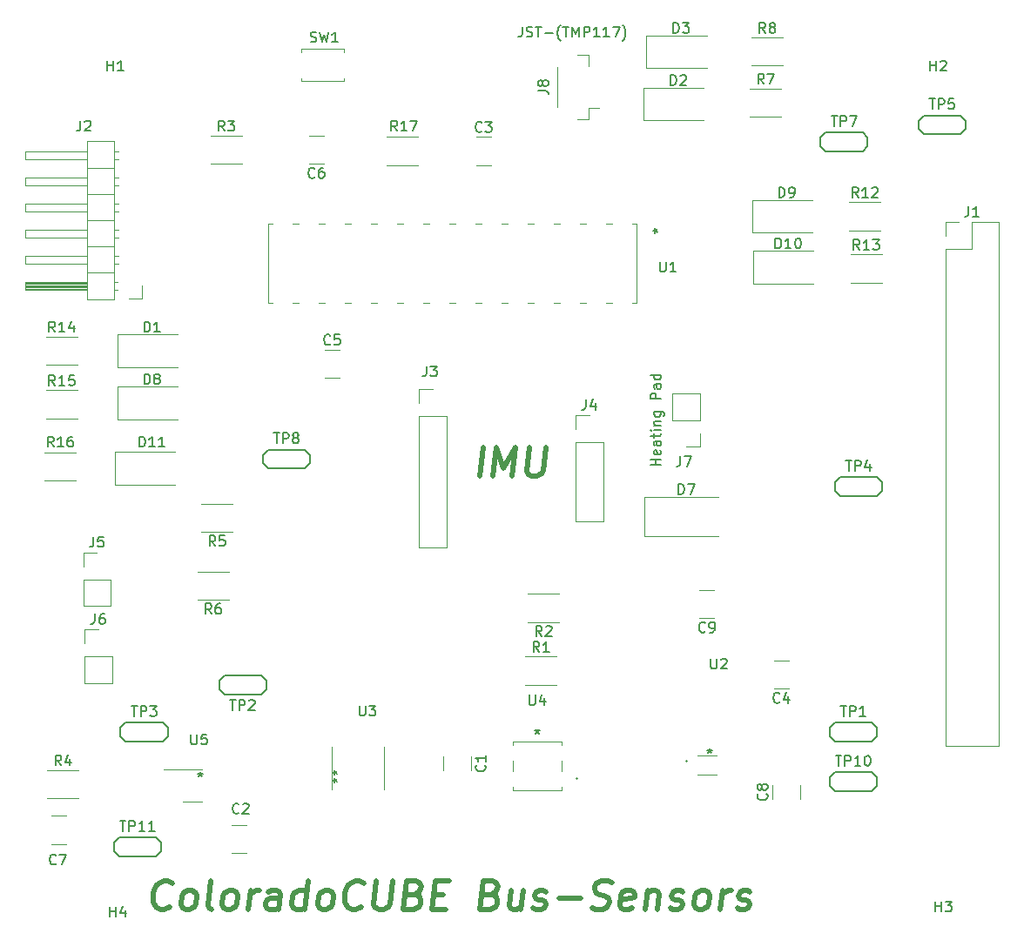
<source format=gto>
%TF.GenerationSoftware,KiCad,Pcbnew,(6.0.1)*%
%TF.CreationDate,2022-04-25T06:12:33-06:00*%
%TF.ProjectId,ColoradoCUBE_Payload,436f6c6f-7261-4646-9f43-5542455f5061,rev?*%
%TF.SameCoordinates,Original*%
%TF.FileFunction,Legend,Top*%
%TF.FilePolarity,Positive*%
%FSLAX46Y46*%
G04 Gerber Fmt 4.6, Leading zero omitted, Abs format (unit mm)*
G04 Created by KiCad (PCBNEW (6.0.1)) date 2022-04-25 06:12:33*
%MOMM*%
%LPD*%
G01*
G04 APERTURE LIST*
%ADD10C,0.500000*%
%ADD11C,0.150000*%
%ADD12C,0.120000*%
G04 APERTURE END LIST*
D10*
X118556079Y-127743857D02*
X118406401Y-127876904D01*
X117990627Y-128009952D01*
X117724532Y-128009952D01*
X117342020Y-127876904D01*
X117109187Y-127610809D01*
X117009401Y-127344714D01*
X116942877Y-126812523D01*
X116992770Y-126413380D01*
X117192341Y-125881190D01*
X117358651Y-125615095D01*
X117658008Y-125349000D01*
X118073782Y-125215952D01*
X118339877Y-125215952D01*
X118722389Y-125349000D01*
X118838806Y-125482047D01*
X120119389Y-128009952D02*
X119869925Y-127876904D01*
X119753508Y-127743857D01*
X119653722Y-127477761D01*
X119753508Y-126679476D01*
X119919818Y-126413380D01*
X120069496Y-126280333D01*
X120352222Y-126147285D01*
X120751365Y-126147285D01*
X121000829Y-126280333D01*
X121117246Y-126413380D01*
X121217032Y-126679476D01*
X121117246Y-127477761D01*
X120950937Y-127743857D01*
X120801258Y-127876904D01*
X120518532Y-128009952D01*
X120119389Y-128009952D01*
X122647294Y-128009952D02*
X122397829Y-127876904D01*
X122298044Y-127610809D01*
X122597401Y-125215952D01*
X124110818Y-128009952D02*
X123861353Y-127876904D01*
X123744937Y-127743857D01*
X123645151Y-127477761D01*
X123744937Y-126679476D01*
X123911246Y-126413380D01*
X124060925Y-126280333D01*
X124343651Y-126147285D01*
X124742794Y-126147285D01*
X124992258Y-126280333D01*
X125108675Y-126413380D01*
X125208460Y-126679476D01*
X125108675Y-127477761D01*
X124942365Y-127743857D01*
X124792687Y-127876904D01*
X124509960Y-128009952D01*
X124110818Y-128009952D01*
X126239579Y-128009952D02*
X126472413Y-126147285D01*
X126405889Y-126679476D02*
X126572198Y-126413380D01*
X126721877Y-126280333D01*
X127004603Y-126147285D01*
X127270698Y-126147285D01*
X129166627Y-128009952D02*
X129349568Y-126546428D01*
X129249782Y-126280333D01*
X129000318Y-126147285D01*
X128468127Y-126147285D01*
X128185401Y-126280333D01*
X129183258Y-127876904D02*
X128900532Y-128009952D01*
X128235294Y-128009952D01*
X127985829Y-127876904D01*
X127886044Y-127610809D01*
X127919306Y-127344714D01*
X128085615Y-127078619D01*
X128368341Y-126945571D01*
X129033579Y-126945571D01*
X129316306Y-126812523D01*
X131694532Y-128009952D02*
X132043782Y-125215952D01*
X131711163Y-127876904D02*
X131428437Y-128009952D01*
X130896246Y-128009952D01*
X130646782Y-127876904D01*
X130530365Y-127743857D01*
X130430579Y-127477761D01*
X130530365Y-126679476D01*
X130696675Y-126413380D01*
X130846353Y-126280333D01*
X131129079Y-126147285D01*
X131661270Y-126147285D01*
X131910734Y-126280333D01*
X133424151Y-128009952D02*
X133174687Y-127876904D01*
X133058270Y-127743857D01*
X132958484Y-127477761D01*
X133058270Y-126679476D01*
X133224579Y-126413380D01*
X133374258Y-126280333D01*
X133656984Y-126147285D01*
X134056127Y-126147285D01*
X134305591Y-126280333D01*
X134422008Y-126413380D01*
X134521794Y-126679476D01*
X134422008Y-127477761D01*
X134255698Y-127743857D01*
X134106020Y-127876904D01*
X133823294Y-128009952D01*
X133424151Y-128009952D01*
X137182746Y-127743857D02*
X137033068Y-127876904D01*
X136617294Y-128009952D01*
X136351198Y-128009952D01*
X135968687Y-127876904D01*
X135735853Y-127610809D01*
X135636068Y-127344714D01*
X135569544Y-126812523D01*
X135619437Y-126413380D01*
X135819008Y-125881190D01*
X135985318Y-125615095D01*
X136284675Y-125349000D01*
X136700448Y-125215952D01*
X136966544Y-125215952D01*
X137349056Y-125349000D01*
X137465472Y-125482047D01*
X138696163Y-125215952D02*
X138413437Y-127477761D01*
X138513222Y-127743857D01*
X138629639Y-127876904D01*
X138879103Y-128009952D01*
X139411294Y-128009952D01*
X139694020Y-127876904D01*
X139843698Y-127743857D01*
X140010008Y-127477761D01*
X140292734Y-125215952D01*
X142388234Y-126546428D02*
X142770746Y-126679476D01*
X142887163Y-126812523D01*
X142986948Y-127078619D01*
X142937056Y-127477761D01*
X142770746Y-127743857D01*
X142621068Y-127876904D01*
X142338341Y-128009952D01*
X141273960Y-128009952D01*
X141623210Y-125215952D01*
X142554544Y-125215952D01*
X142804008Y-125349000D01*
X142920425Y-125482047D01*
X143020210Y-125748142D01*
X142986948Y-126014238D01*
X142820639Y-126280333D01*
X142670960Y-126413380D01*
X142388234Y-126546428D01*
X141456901Y-126546428D01*
X144250901Y-126546428D02*
X145182234Y-126546428D01*
X145398437Y-128009952D02*
X144067960Y-128009952D01*
X144417210Y-125215952D01*
X145747687Y-125215952D01*
X149838901Y-126546428D02*
X150221413Y-126679476D01*
X150337829Y-126812523D01*
X150437615Y-127078619D01*
X150387722Y-127477761D01*
X150221413Y-127743857D01*
X150071734Y-127876904D01*
X149789008Y-128009952D01*
X148724627Y-128009952D01*
X149073877Y-125215952D01*
X150005210Y-125215952D01*
X150254675Y-125349000D01*
X150371091Y-125482047D01*
X150470877Y-125748142D01*
X150437615Y-126014238D01*
X150271306Y-126280333D01*
X150121627Y-126413380D01*
X149838901Y-126546428D01*
X148907568Y-126546428D01*
X152948889Y-126147285D02*
X152716056Y-128009952D01*
X151751460Y-126147285D02*
X151568520Y-127610809D01*
X151668306Y-127876904D01*
X151917770Y-128009952D01*
X152316913Y-128009952D01*
X152599639Y-127876904D01*
X152749318Y-127743857D01*
X153930115Y-127876904D02*
X154179579Y-128009952D01*
X154711770Y-128009952D01*
X154994496Y-127876904D01*
X155160806Y-127610809D01*
X155177437Y-127477761D01*
X155077651Y-127211666D01*
X154828187Y-127078619D01*
X154429044Y-127078619D01*
X154179579Y-126945571D01*
X154079794Y-126679476D01*
X154096425Y-126546428D01*
X154262734Y-126280333D01*
X154545460Y-126147285D01*
X154944603Y-126147285D01*
X155194068Y-126280333D01*
X156441389Y-126945571D02*
X158570151Y-126945571D01*
X159651163Y-127876904D02*
X160033675Y-128009952D01*
X160698913Y-128009952D01*
X160981639Y-127876904D01*
X161131318Y-127743857D01*
X161297627Y-127477761D01*
X161330889Y-127211666D01*
X161231103Y-126945571D01*
X161114687Y-126812523D01*
X160865222Y-126679476D01*
X160349663Y-126546428D01*
X160100198Y-126413380D01*
X159983782Y-126280333D01*
X159883996Y-126014238D01*
X159917258Y-125748142D01*
X160083568Y-125482047D01*
X160233246Y-125349000D01*
X160515972Y-125215952D01*
X161181210Y-125215952D01*
X161563722Y-125349000D01*
X163509544Y-127876904D02*
X163226818Y-128009952D01*
X162694627Y-128009952D01*
X162445163Y-127876904D01*
X162345377Y-127610809D01*
X162478425Y-126546428D01*
X162644734Y-126280333D01*
X162927460Y-126147285D01*
X163459651Y-126147285D01*
X163709115Y-126280333D01*
X163808901Y-126546428D01*
X163775639Y-126812523D01*
X162411901Y-127078619D01*
X165056222Y-126147285D02*
X164823389Y-128009952D01*
X165022960Y-126413380D02*
X165172639Y-126280333D01*
X165455365Y-126147285D01*
X165854508Y-126147285D01*
X166103972Y-126280333D01*
X166203758Y-126546428D01*
X166020818Y-128009952D01*
X167234877Y-127876904D02*
X167484341Y-128009952D01*
X168016532Y-128009952D01*
X168299258Y-127876904D01*
X168465568Y-127610809D01*
X168482198Y-127477761D01*
X168382413Y-127211666D01*
X168132948Y-127078619D01*
X167733806Y-127078619D01*
X167484341Y-126945571D01*
X167384556Y-126679476D01*
X167401187Y-126546428D01*
X167567496Y-126280333D01*
X167850222Y-126147285D01*
X168249365Y-126147285D01*
X168498829Y-126280333D01*
X170012246Y-128009952D02*
X169762782Y-127876904D01*
X169646365Y-127743857D01*
X169546579Y-127477761D01*
X169646365Y-126679476D01*
X169812675Y-126413380D01*
X169962353Y-126280333D01*
X170245079Y-126147285D01*
X170644222Y-126147285D01*
X170893687Y-126280333D01*
X171010103Y-126413380D01*
X171109889Y-126679476D01*
X171010103Y-127477761D01*
X170843794Y-127743857D01*
X170694115Y-127876904D01*
X170411389Y-128009952D01*
X170012246Y-128009952D01*
X172141008Y-128009952D02*
X172373841Y-126147285D01*
X172307318Y-126679476D02*
X172473627Y-126413380D01*
X172623306Y-126280333D01*
X172906032Y-126147285D01*
X173172127Y-126147285D01*
X173754210Y-127876904D02*
X174003675Y-128009952D01*
X174535865Y-128009952D01*
X174818591Y-127876904D01*
X174984901Y-127610809D01*
X175001532Y-127477761D01*
X174901746Y-127211666D01*
X174652282Y-127078619D01*
X174253139Y-127078619D01*
X174003675Y-126945571D01*
X173903889Y-126679476D01*
X173920520Y-126546428D01*
X174086829Y-126280333D01*
X174369556Y-126147285D01*
X174768698Y-126147285D01*
X175018163Y-126280333D01*
D11*
X166339780Y-84771952D02*
X165339780Y-84771952D01*
X165815971Y-84771952D02*
X165815971Y-84200523D01*
X166339780Y-84200523D02*
X165339780Y-84200523D01*
X166292161Y-83343380D02*
X166339780Y-83438619D01*
X166339780Y-83629095D01*
X166292161Y-83724333D01*
X166196923Y-83771952D01*
X165815971Y-83771952D01*
X165720733Y-83724333D01*
X165673114Y-83629095D01*
X165673114Y-83438619D01*
X165720733Y-83343380D01*
X165815971Y-83295761D01*
X165911209Y-83295761D01*
X166006447Y-83771952D01*
X166339780Y-82438619D02*
X165815971Y-82438619D01*
X165720733Y-82486238D01*
X165673114Y-82581476D01*
X165673114Y-82771952D01*
X165720733Y-82867190D01*
X166292161Y-82438619D02*
X166339780Y-82533857D01*
X166339780Y-82771952D01*
X166292161Y-82867190D01*
X166196923Y-82914809D01*
X166101685Y-82914809D01*
X166006447Y-82867190D01*
X165958828Y-82771952D01*
X165958828Y-82533857D01*
X165911209Y-82438619D01*
X165673114Y-82105285D02*
X165673114Y-81724333D01*
X165339780Y-81962428D02*
X166196923Y-81962428D01*
X166292161Y-81914809D01*
X166339780Y-81819571D01*
X166339780Y-81724333D01*
X166339780Y-81391000D02*
X165673114Y-81391000D01*
X165339780Y-81391000D02*
X165387400Y-81438619D01*
X165435019Y-81391000D01*
X165387400Y-81343380D01*
X165339780Y-81391000D01*
X165435019Y-81391000D01*
X165673114Y-80914809D02*
X166339780Y-80914809D01*
X165768352Y-80914809D02*
X165720733Y-80867190D01*
X165673114Y-80771952D01*
X165673114Y-80629095D01*
X165720733Y-80533857D01*
X165815971Y-80486238D01*
X166339780Y-80486238D01*
X165673114Y-79581476D02*
X166482638Y-79581476D01*
X166577876Y-79629095D01*
X166625495Y-79676714D01*
X166673114Y-79771952D01*
X166673114Y-79914809D01*
X166625495Y-80010047D01*
X166292161Y-79581476D02*
X166339780Y-79676714D01*
X166339780Y-79867190D01*
X166292161Y-79962428D01*
X166244542Y-80010047D01*
X166149304Y-80057666D01*
X165863590Y-80057666D01*
X165768352Y-80010047D01*
X165720733Y-79962428D01*
X165673114Y-79867190D01*
X165673114Y-79676714D01*
X165720733Y-79581476D01*
X166339780Y-78343380D02*
X165339780Y-78343380D01*
X165339780Y-77962428D01*
X165387400Y-77867190D01*
X165435019Y-77819571D01*
X165530257Y-77771952D01*
X165673114Y-77771952D01*
X165768352Y-77819571D01*
X165815971Y-77867190D01*
X165863590Y-77962428D01*
X165863590Y-78343380D01*
X166339780Y-76914809D02*
X165815971Y-76914809D01*
X165720733Y-76962428D01*
X165673114Y-77057666D01*
X165673114Y-77248142D01*
X165720733Y-77343380D01*
X166292161Y-76914809D02*
X166339780Y-77010047D01*
X166339780Y-77248142D01*
X166292161Y-77343380D01*
X166196923Y-77391000D01*
X166101685Y-77391000D01*
X166006447Y-77343380D01*
X165958828Y-77248142D01*
X165958828Y-77010047D01*
X165911209Y-76914809D01*
X166339780Y-76010047D02*
X165339780Y-76010047D01*
X166292161Y-76010047D02*
X166339780Y-76105285D01*
X166339780Y-76295761D01*
X166292161Y-76391000D01*
X166244542Y-76438619D01*
X166149304Y-76486238D01*
X165863590Y-76486238D01*
X165768352Y-76438619D01*
X165720733Y-76391000D01*
X165673114Y-76295761D01*
X165673114Y-76105285D01*
X165720733Y-76010047D01*
X152853047Y-42124380D02*
X152853047Y-42838666D01*
X152805428Y-42981523D01*
X152710190Y-43076761D01*
X152567333Y-43124380D01*
X152472095Y-43124380D01*
X153281619Y-43076761D02*
X153424476Y-43124380D01*
X153662571Y-43124380D01*
X153757809Y-43076761D01*
X153805428Y-43029142D01*
X153853047Y-42933904D01*
X153853047Y-42838666D01*
X153805428Y-42743428D01*
X153757809Y-42695809D01*
X153662571Y-42648190D01*
X153472095Y-42600571D01*
X153376857Y-42552952D01*
X153329238Y-42505333D01*
X153281619Y-42410095D01*
X153281619Y-42314857D01*
X153329238Y-42219619D01*
X153376857Y-42172000D01*
X153472095Y-42124380D01*
X153710190Y-42124380D01*
X153853047Y-42172000D01*
X154138761Y-42124380D02*
X154710190Y-42124380D01*
X154424476Y-43124380D02*
X154424476Y-42124380D01*
X155043523Y-42743428D02*
X155805428Y-42743428D01*
X156567333Y-43505333D02*
X156519714Y-43457714D01*
X156424476Y-43314857D01*
X156376857Y-43219619D01*
X156329238Y-43076761D01*
X156281619Y-42838666D01*
X156281619Y-42648190D01*
X156329238Y-42410095D01*
X156376857Y-42267238D01*
X156424476Y-42172000D01*
X156519714Y-42029142D01*
X156567333Y-41981523D01*
X156805428Y-42124380D02*
X157376857Y-42124380D01*
X157091142Y-43124380D02*
X157091142Y-42124380D01*
X157710190Y-43124380D02*
X157710190Y-42124380D01*
X158043523Y-42838666D01*
X158376857Y-42124380D01*
X158376857Y-43124380D01*
X158853047Y-43124380D02*
X158853047Y-42124380D01*
X159234000Y-42124380D01*
X159329238Y-42172000D01*
X159376857Y-42219619D01*
X159424476Y-42314857D01*
X159424476Y-42457714D01*
X159376857Y-42552952D01*
X159329238Y-42600571D01*
X159234000Y-42648190D01*
X158853047Y-42648190D01*
X160376857Y-43124380D02*
X159805428Y-43124380D01*
X160091142Y-43124380D02*
X160091142Y-42124380D01*
X159995904Y-42267238D01*
X159900666Y-42362476D01*
X159805428Y-42410095D01*
X161329238Y-43124380D02*
X160757809Y-43124380D01*
X161043523Y-43124380D02*
X161043523Y-42124380D01*
X160948285Y-42267238D01*
X160853047Y-42362476D01*
X160757809Y-42410095D01*
X161662571Y-42124380D02*
X162329238Y-42124380D01*
X161900666Y-43124380D01*
X162614952Y-43505333D02*
X162662571Y-43457714D01*
X162757809Y-43314857D01*
X162805428Y-43219619D01*
X162853047Y-43076761D01*
X162900666Y-42838666D01*
X162900666Y-42648190D01*
X162853047Y-42410095D01*
X162805428Y-42267238D01*
X162757809Y-42172000D01*
X162662571Y-42029142D01*
X162614952Y-41981523D01*
D10*
X148694389Y-85845952D02*
X149043639Y-83051952D01*
X150024865Y-85845952D02*
X150374115Y-83051952D01*
X151055984Y-85047666D01*
X152236782Y-83051952D01*
X151887532Y-85845952D01*
X153567258Y-83051952D02*
X153284532Y-85313761D01*
X153384318Y-85579857D01*
X153500734Y-85712904D01*
X153750198Y-85845952D01*
X154282389Y-85845952D01*
X154565115Y-85712904D01*
X154714794Y-85579857D01*
X154881103Y-85313761D01*
X155163829Y-83051952D01*
D11*
X109902664Y-51268380D02*
X109902664Y-51982666D01*
X109855045Y-52125523D01*
X109759807Y-52220761D01*
X109616950Y-52268380D01*
X109521712Y-52268380D01*
X110331236Y-51363619D02*
X110378855Y-51316000D01*
X110474093Y-51268380D01*
X110712188Y-51268380D01*
X110807426Y-51316000D01*
X110855045Y-51363619D01*
X110902664Y-51458857D01*
X110902664Y-51554095D01*
X110855045Y-51696952D01*
X110283617Y-52268380D01*
X110902664Y-52268380D01*
X182918095Y-50792380D02*
X183489523Y-50792380D01*
X183203809Y-51792380D02*
X183203809Y-50792380D01*
X183822857Y-51792380D02*
X183822857Y-50792380D01*
X184203809Y-50792380D01*
X184299047Y-50840000D01*
X184346666Y-50887619D01*
X184394285Y-50982857D01*
X184394285Y-51125714D01*
X184346666Y-51220952D01*
X184299047Y-51268571D01*
X184203809Y-51316190D01*
X183822857Y-51316190D01*
X184727619Y-50792380D02*
X185394285Y-50792380D01*
X184965714Y-51792380D01*
X149215142Y-113958666D02*
X149262761Y-114006285D01*
X149310380Y-114149142D01*
X149310380Y-114244380D01*
X149262761Y-114387238D01*
X149167523Y-114482476D01*
X149072285Y-114530095D01*
X148881809Y-114577714D01*
X148738952Y-114577714D01*
X148548476Y-114530095D01*
X148453238Y-114482476D01*
X148358000Y-114387238D01*
X148310380Y-114244380D01*
X148310380Y-114149142D01*
X148358000Y-114006285D01*
X148405619Y-113958666D01*
X149310380Y-113006285D02*
X149310380Y-113577714D01*
X149310380Y-113292000D02*
X148310380Y-113292000D01*
X148453238Y-113387238D01*
X148548476Y-113482476D01*
X148596095Y-113577714D01*
X176503333Y-42736380D02*
X176170000Y-42260190D01*
X175931904Y-42736380D02*
X175931904Y-41736380D01*
X176312857Y-41736380D01*
X176408095Y-41784000D01*
X176455714Y-41831619D01*
X176503333Y-41926857D01*
X176503333Y-42069714D01*
X176455714Y-42164952D01*
X176408095Y-42212571D01*
X176312857Y-42260190D01*
X175931904Y-42260190D01*
X177074761Y-42164952D02*
X176979523Y-42117333D01*
X176931904Y-42069714D01*
X176884285Y-41974476D01*
X176884285Y-41926857D01*
X176931904Y-41831619D01*
X176979523Y-41784000D01*
X177074761Y-41736380D01*
X177265238Y-41736380D01*
X177360476Y-41784000D01*
X177408095Y-41831619D01*
X177455714Y-41926857D01*
X177455714Y-41974476D01*
X177408095Y-42069714D01*
X177360476Y-42117333D01*
X177265238Y-42164952D01*
X177074761Y-42164952D01*
X176979523Y-42212571D01*
X176931904Y-42260190D01*
X176884285Y-42355428D01*
X176884285Y-42545904D01*
X176931904Y-42641142D01*
X176979523Y-42688761D01*
X177074761Y-42736380D01*
X177265238Y-42736380D01*
X177360476Y-42688761D01*
X177408095Y-42641142D01*
X177455714Y-42545904D01*
X177455714Y-42355428D01*
X177408095Y-42260190D01*
X177360476Y-42212571D01*
X177265238Y-42164952D01*
X167282904Y-47829380D02*
X167282904Y-46829380D01*
X167521000Y-46829380D01*
X167663857Y-46877000D01*
X167759095Y-46972238D01*
X167806714Y-47067476D01*
X167854333Y-47257952D01*
X167854333Y-47400809D01*
X167806714Y-47591285D01*
X167759095Y-47686523D01*
X167663857Y-47781761D01*
X167521000Y-47829380D01*
X167282904Y-47829380D01*
X168235285Y-46924619D02*
X168282904Y-46877000D01*
X168378142Y-46829380D01*
X168616238Y-46829380D01*
X168711476Y-46877000D01*
X168759095Y-46924619D01*
X168806714Y-47019857D01*
X168806714Y-47115095D01*
X168759095Y-47257952D01*
X168187666Y-47829380D01*
X168806714Y-47829380D01*
X170648333Y-100955142D02*
X170600714Y-101002761D01*
X170457857Y-101050380D01*
X170362619Y-101050380D01*
X170219761Y-101002761D01*
X170124523Y-100907523D01*
X170076904Y-100812285D01*
X170029285Y-100621809D01*
X170029285Y-100478952D01*
X170076904Y-100288476D01*
X170124523Y-100193238D01*
X170219761Y-100098000D01*
X170362619Y-100050380D01*
X170457857Y-100050380D01*
X170600714Y-100098000D01*
X170648333Y-100145619D01*
X171124523Y-101050380D02*
X171315000Y-101050380D01*
X171410238Y-101002761D01*
X171457857Y-100955142D01*
X171553095Y-100812285D01*
X171600714Y-100621809D01*
X171600714Y-100240857D01*
X171553095Y-100145619D01*
X171505476Y-100098000D01*
X171410238Y-100050380D01*
X171219761Y-100050380D01*
X171124523Y-100098000D01*
X171076904Y-100145619D01*
X171029285Y-100240857D01*
X171029285Y-100478952D01*
X171076904Y-100574190D01*
X171124523Y-100621809D01*
X171219761Y-100669428D01*
X171410238Y-100669428D01*
X171505476Y-100621809D01*
X171553095Y-100574190D01*
X171600714Y-100478952D01*
X153543095Y-107129330D02*
X153543095Y-107938854D01*
X153590714Y-108034092D01*
X153638333Y-108081711D01*
X153733571Y-108129330D01*
X153924047Y-108129330D01*
X154019285Y-108081711D01*
X154066904Y-108034092D01*
X154114523Y-107938854D01*
X154114523Y-107129330D01*
X155019285Y-107462664D02*
X155019285Y-108129330D01*
X154781190Y-107081711D02*
X154543095Y-107795997D01*
X155162142Y-107795997D01*
X154305000Y-110450380D02*
X154305000Y-110688476D01*
X154066904Y-110593238D02*
X154305000Y-110688476D01*
X154543095Y-110593238D01*
X154162142Y-110878952D02*
X154305000Y-110688476D01*
X154447857Y-110878952D01*
X148931333Y-52286142D02*
X148883714Y-52333761D01*
X148740857Y-52381380D01*
X148645619Y-52381380D01*
X148502761Y-52333761D01*
X148407523Y-52238523D01*
X148359904Y-52143285D01*
X148312285Y-51952809D01*
X148312285Y-51809952D01*
X148359904Y-51619476D01*
X148407523Y-51524238D01*
X148502761Y-51429000D01*
X148645619Y-51381380D01*
X148740857Y-51381380D01*
X148883714Y-51429000D01*
X148931333Y-51476619D01*
X149264666Y-51381380D02*
X149883714Y-51381380D01*
X149550380Y-51762333D01*
X149693238Y-51762333D01*
X149788476Y-51809952D01*
X149836095Y-51857571D01*
X149883714Y-51952809D01*
X149883714Y-52190904D01*
X149836095Y-52286142D01*
X149788476Y-52333761D01*
X149693238Y-52381380D01*
X149407523Y-52381380D01*
X149312285Y-52333761D01*
X149264666Y-52286142D01*
X177887333Y-107813142D02*
X177839714Y-107860761D01*
X177696857Y-107908380D01*
X177601619Y-107908380D01*
X177458761Y-107860761D01*
X177363523Y-107765523D01*
X177315904Y-107670285D01*
X177268285Y-107479809D01*
X177268285Y-107336952D01*
X177315904Y-107146476D01*
X177363523Y-107051238D01*
X177458761Y-106956000D01*
X177601619Y-106908380D01*
X177696857Y-106908380D01*
X177839714Y-106956000D01*
X177887333Y-107003619D01*
X178744476Y-107241714D02*
X178744476Y-107908380D01*
X178506380Y-106860761D02*
X178268285Y-107575047D01*
X178887333Y-107575047D01*
X166243095Y-64984380D02*
X166243095Y-65793904D01*
X166290714Y-65889142D01*
X166338333Y-65936761D01*
X166433571Y-65984380D01*
X166624047Y-65984380D01*
X166719285Y-65936761D01*
X166766904Y-65889142D01*
X166814523Y-65793904D01*
X166814523Y-64984380D01*
X167814523Y-65984380D02*
X167243095Y-65984380D01*
X167528809Y-65984380D02*
X167528809Y-64984380D01*
X167433571Y-65127238D01*
X167338333Y-65222476D01*
X167243095Y-65270095D01*
X165568380Y-61976000D02*
X165806476Y-61976000D01*
X165711238Y-62214095D02*
X165806476Y-61976000D01*
X165711238Y-61737904D01*
X165996952Y-62118857D02*
X165806476Y-61976000D01*
X165996952Y-61833142D01*
X159051666Y-78402380D02*
X159051666Y-79116666D01*
X159004047Y-79259523D01*
X158908809Y-79354761D01*
X158765952Y-79402380D01*
X158670714Y-79402380D01*
X159956428Y-78735714D02*
X159956428Y-79402380D01*
X159718333Y-78354761D02*
X159480238Y-79069047D01*
X160099285Y-79069047D01*
X123023333Y-92648380D02*
X122690000Y-92172190D01*
X122451904Y-92648380D02*
X122451904Y-91648380D01*
X122832857Y-91648380D01*
X122928095Y-91696000D01*
X122975714Y-91743619D01*
X123023333Y-91838857D01*
X123023333Y-91981714D01*
X122975714Y-92076952D01*
X122928095Y-92124571D01*
X122832857Y-92172190D01*
X122451904Y-92172190D01*
X123928095Y-91648380D02*
X123451904Y-91648380D01*
X123404285Y-92124571D01*
X123451904Y-92076952D01*
X123547142Y-92029333D01*
X123785238Y-92029333D01*
X123880476Y-92076952D01*
X123928095Y-92124571D01*
X123975714Y-92219809D01*
X123975714Y-92457904D01*
X123928095Y-92553142D01*
X123880476Y-92600761D01*
X123785238Y-92648380D01*
X123547142Y-92648380D01*
X123451904Y-92600761D01*
X123404285Y-92553142D01*
X196262666Y-59606380D02*
X196262666Y-60320666D01*
X196215047Y-60463523D01*
X196119809Y-60558761D01*
X195976952Y-60606380D01*
X195881714Y-60606380D01*
X197262666Y-60606380D02*
X196691238Y-60606380D01*
X196976952Y-60606380D02*
X196976952Y-59606380D01*
X196881714Y-59749238D01*
X196786476Y-59844476D01*
X196691238Y-59892095D01*
X115625714Y-83002380D02*
X115625714Y-82002380D01*
X115863809Y-82002380D01*
X116006666Y-82050000D01*
X116101904Y-82145238D01*
X116149523Y-82240476D01*
X116197142Y-82430952D01*
X116197142Y-82573809D01*
X116149523Y-82764285D01*
X116101904Y-82859523D01*
X116006666Y-82954761D01*
X115863809Y-83002380D01*
X115625714Y-83002380D01*
X117149523Y-83002380D02*
X116578095Y-83002380D01*
X116863809Y-83002380D02*
X116863809Y-82002380D01*
X116768571Y-82145238D01*
X116673333Y-82240476D01*
X116578095Y-82288095D01*
X118101904Y-83002380D02*
X117530476Y-83002380D01*
X117816190Y-83002380D02*
X117816190Y-82002380D01*
X117720952Y-82145238D01*
X117625714Y-82240476D01*
X117530476Y-82288095D01*
X124418095Y-107624380D02*
X124989523Y-107624380D01*
X124703809Y-108624380D02*
X124703809Y-107624380D01*
X125322857Y-108624380D02*
X125322857Y-107624380D01*
X125703809Y-107624380D01*
X125799047Y-107672000D01*
X125846666Y-107719619D01*
X125894285Y-107814857D01*
X125894285Y-107957714D01*
X125846666Y-108052952D01*
X125799047Y-108100571D01*
X125703809Y-108148190D01*
X125322857Y-108148190D01*
X126275238Y-107719619D02*
X126322857Y-107672000D01*
X126418095Y-107624380D01*
X126656190Y-107624380D01*
X126751428Y-107672000D01*
X126799047Y-107719619D01*
X126846666Y-107814857D01*
X126846666Y-107910095D01*
X126799047Y-108052952D01*
X126227619Y-108624380D01*
X126846666Y-108624380D01*
X171196095Y-103592380D02*
X171196095Y-104401904D01*
X171243714Y-104497142D01*
X171291333Y-104544761D01*
X171386571Y-104592380D01*
X171577047Y-104592380D01*
X171672285Y-104544761D01*
X171719904Y-104497142D01*
X171767523Y-104401904D01*
X171767523Y-103592380D01*
X172196095Y-103687619D02*
X172243714Y-103640000D01*
X172338952Y-103592380D01*
X172577047Y-103592380D01*
X172672285Y-103640000D01*
X172719904Y-103687619D01*
X172767523Y-103782857D01*
X172767523Y-103878095D01*
X172719904Y-104020952D01*
X172148476Y-104592380D01*
X172767523Y-104592380D01*
X171069000Y-112355380D02*
X171069000Y-112593476D01*
X170830904Y-112498238D02*
X171069000Y-112593476D01*
X171307095Y-112498238D01*
X170926142Y-112783952D02*
X171069000Y-112593476D01*
X171211857Y-112783952D01*
X122642333Y-99252380D02*
X122309000Y-98776190D01*
X122070904Y-99252380D02*
X122070904Y-98252380D01*
X122451857Y-98252380D01*
X122547095Y-98300000D01*
X122594714Y-98347619D01*
X122642333Y-98442857D01*
X122642333Y-98585714D01*
X122594714Y-98680952D01*
X122547095Y-98728571D01*
X122451857Y-98776190D01*
X122070904Y-98776190D01*
X123499476Y-98252380D02*
X123309000Y-98252380D01*
X123213761Y-98300000D01*
X123166142Y-98347619D01*
X123070904Y-98490476D01*
X123023285Y-98680952D01*
X123023285Y-99061904D01*
X123070904Y-99157142D01*
X123118523Y-99204761D01*
X123213761Y-99252380D01*
X123404238Y-99252380D01*
X123499476Y-99204761D01*
X123547095Y-99157142D01*
X123594714Y-99061904D01*
X123594714Y-98823809D01*
X123547095Y-98728571D01*
X123499476Y-98680952D01*
X123404238Y-98633333D01*
X123213761Y-98633333D01*
X123118523Y-98680952D01*
X123070904Y-98728571D01*
X123023285Y-98823809D01*
X128689095Y-81653380D02*
X129260523Y-81653380D01*
X128974809Y-82653380D02*
X128974809Y-81653380D01*
X129593857Y-82653380D02*
X129593857Y-81653380D01*
X129974809Y-81653380D01*
X130070047Y-81701000D01*
X130117666Y-81748619D01*
X130165285Y-81843857D01*
X130165285Y-81986714D01*
X130117666Y-82081952D01*
X130070047Y-82129571D01*
X129974809Y-82177190D01*
X129593857Y-82177190D01*
X130736714Y-82081952D02*
X130641476Y-82034333D01*
X130593857Y-81986714D01*
X130546238Y-81891476D01*
X130546238Y-81843857D01*
X130593857Y-81748619D01*
X130641476Y-81701000D01*
X130736714Y-81653380D01*
X130927190Y-81653380D01*
X131022428Y-81701000D01*
X131070047Y-81748619D01*
X131117666Y-81843857D01*
X131117666Y-81891476D01*
X131070047Y-81986714D01*
X131022428Y-82034333D01*
X130927190Y-82081952D01*
X130736714Y-82081952D01*
X130641476Y-82129571D01*
X130593857Y-82177190D01*
X130546238Y-82272428D01*
X130546238Y-82462904D01*
X130593857Y-82558142D01*
X130641476Y-82605761D01*
X130736714Y-82653380D01*
X130927190Y-82653380D01*
X131022428Y-82605761D01*
X131070047Y-82558142D01*
X131117666Y-82462904D01*
X131117666Y-82272428D01*
X131070047Y-82177190D01*
X131022428Y-82129571D01*
X130927190Y-82081952D01*
X143557666Y-75144380D02*
X143557666Y-75858666D01*
X143510047Y-76001523D01*
X143414809Y-76096761D01*
X143271952Y-76144380D01*
X143176714Y-76144380D01*
X143938619Y-75144380D02*
X144557666Y-75144380D01*
X144224333Y-75525333D01*
X144367190Y-75525333D01*
X144462428Y-75572952D01*
X144510047Y-75620571D01*
X144557666Y-75715809D01*
X144557666Y-75953904D01*
X144510047Y-76049142D01*
X144462428Y-76096761D01*
X144367190Y-76144380D01*
X144081476Y-76144380D01*
X143986238Y-76096761D01*
X143938619Y-76049142D01*
X125309333Y-118594142D02*
X125261714Y-118641761D01*
X125118857Y-118689380D01*
X125023619Y-118689380D01*
X124880761Y-118641761D01*
X124785523Y-118546523D01*
X124737904Y-118451285D01*
X124690285Y-118260809D01*
X124690285Y-118117952D01*
X124737904Y-117927476D01*
X124785523Y-117832238D01*
X124880761Y-117737000D01*
X125023619Y-117689380D01*
X125118857Y-117689380D01*
X125261714Y-117737000D01*
X125309333Y-117784619D01*
X125690285Y-117784619D02*
X125737904Y-117737000D01*
X125833142Y-117689380D01*
X126071238Y-117689380D01*
X126166476Y-117737000D01*
X126214095Y-117784619D01*
X126261714Y-117879857D01*
X126261714Y-117975095D01*
X126214095Y-118117952D01*
X125642666Y-118689380D01*
X126261714Y-118689380D01*
X183807095Y-108196380D02*
X184378523Y-108196380D01*
X184092809Y-109196380D02*
X184092809Y-108196380D01*
X184711857Y-109196380D02*
X184711857Y-108196380D01*
X185092809Y-108196380D01*
X185188047Y-108244000D01*
X185235666Y-108291619D01*
X185283285Y-108386857D01*
X185283285Y-108529714D01*
X185235666Y-108624952D01*
X185188047Y-108672571D01*
X185092809Y-108720190D01*
X184711857Y-108720190D01*
X186235666Y-109196380D02*
X185664238Y-109196380D01*
X185949952Y-109196380D02*
X185949952Y-108196380D01*
X185854714Y-108339238D01*
X185759476Y-108434476D01*
X185664238Y-108482095D01*
X107307142Y-83002380D02*
X106973809Y-82526190D01*
X106735714Y-83002380D02*
X106735714Y-82002380D01*
X107116666Y-82002380D01*
X107211904Y-82050000D01*
X107259523Y-82097619D01*
X107307142Y-82192857D01*
X107307142Y-82335714D01*
X107259523Y-82430952D01*
X107211904Y-82478571D01*
X107116666Y-82526190D01*
X106735714Y-82526190D01*
X108259523Y-83002380D02*
X107688095Y-83002380D01*
X107973809Y-83002380D02*
X107973809Y-82002380D01*
X107878571Y-82145238D01*
X107783333Y-82240476D01*
X107688095Y-82288095D01*
X109116666Y-82002380D02*
X108926190Y-82002380D01*
X108830952Y-82050000D01*
X108783333Y-82097619D01*
X108688095Y-82240476D01*
X108640476Y-82430952D01*
X108640476Y-82811904D01*
X108688095Y-82907142D01*
X108735714Y-82954761D01*
X108830952Y-83002380D01*
X109021428Y-83002380D01*
X109116666Y-82954761D01*
X109164285Y-82907142D01*
X109211904Y-82811904D01*
X109211904Y-82573809D01*
X109164285Y-82478571D01*
X109116666Y-82430952D01*
X109021428Y-82383333D01*
X108830952Y-82383333D01*
X108735714Y-82430952D01*
X108688095Y-82478571D01*
X108640476Y-82573809D01*
X154773333Y-101411380D02*
X154440000Y-100935190D01*
X154201904Y-101411380D02*
X154201904Y-100411380D01*
X154582857Y-100411380D01*
X154678095Y-100459000D01*
X154725714Y-100506619D01*
X154773333Y-100601857D01*
X154773333Y-100744714D01*
X154725714Y-100839952D01*
X154678095Y-100887571D01*
X154582857Y-100935190D01*
X154201904Y-100935190D01*
X155154285Y-100506619D02*
X155201904Y-100459000D01*
X155297142Y-100411380D01*
X155535238Y-100411380D01*
X155630476Y-100459000D01*
X155678095Y-100506619D01*
X155725714Y-100601857D01*
X155725714Y-100697095D01*
X155678095Y-100839952D01*
X155106666Y-101411380D01*
X155725714Y-101411380D01*
X107434142Y-71826380D02*
X107100809Y-71350190D01*
X106862714Y-71826380D02*
X106862714Y-70826380D01*
X107243666Y-70826380D01*
X107338904Y-70874000D01*
X107386523Y-70921619D01*
X107434142Y-71016857D01*
X107434142Y-71159714D01*
X107386523Y-71254952D01*
X107338904Y-71302571D01*
X107243666Y-71350190D01*
X106862714Y-71350190D01*
X108386523Y-71826380D02*
X107815095Y-71826380D01*
X108100809Y-71826380D02*
X108100809Y-70826380D01*
X108005571Y-70969238D01*
X107910333Y-71064476D01*
X107815095Y-71112095D01*
X109243666Y-71159714D02*
X109243666Y-71826380D01*
X109005571Y-70778761D02*
X108767476Y-71493047D01*
X109386523Y-71493047D01*
X193040095Y-128214380D02*
X193040095Y-127214380D01*
X193040095Y-127690571D02*
X193611523Y-127690571D01*
X193611523Y-128214380D02*
X193611523Y-127214380D01*
X193992476Y-127214380D02*
X194611523Y-127214380D01*
X194278190Y-127595333D01*
X194421047Y-127595333D01*
X194516285Y-127642952D01*
X194563904Y-127690571D01*
X194611523Y-127785809D01*
X194611523Y-128023904D01*
X194563904Y-128119142D01*
X194516285Y-128166761D01*
X194421047Y-128214380D01*
X194135333Y-128214380D01*
X194040095Y-128166761D01*
X193992476Y-128119142D01*
X112776095Y-128722380D02*
X112776095Y-127722380D01*
X112776095Y-128198571D02*
X113347523Y-128198571D01*
X113347523Y-128722380D02*
X113347523Y-127722380D01*
X114252285Y-128055714D02*
X114252285Y-128722380D01*
X114014190Y-127674761D02*
X113776095Y-128389047D01*
X114395142Y-128389047D01*
X192443095Y-49141380D02*
X193014523Y-49141380D01*
X192728809Y-50141380D02*
X192728809Y-49141380D01*
X193347857Y-50141380D02*
X193347857Y-49141380D01*
X193728809Y-49141380D01*
X193824047Y-49189000D01*
X193871666Y-49236619D01*
X193919285Y-49331857D01*
X193919285Y-49474714D01*
X193871666Y-49569952D01*
X193824047Y-49617571D01*
X193728809Y-49665190D01*
X193347857Y-49665190D01*
X194824047Y-49141380D02*
X194347857Y-49141380D01*
X194300238Y-49617571D01*
X194347857Y-49569952D01*
X194443095Y-49522333D01*
X194681190Y-49522333D01*
X194776428Y-49569952D01*
X194824047Y-49617571D01*
X194871666Y-49712809D01*
X194871666Y-49950904D01*
X194824047Y-50046142D01*
X194776428Y-50093761D01*
X194681190Y-50141380D01*
X194443095Y-50141380D01*
X194347857Y-50093761D01*
X194300238Y-50046142D01*
X183330904Y-113022380D02*
X183902333Y-113022380D01*
X183616619Y-114022380D02*
X183616619Y-113022380D01*
X184235666Y-114022380D02*
X184235666Y-113022380D01*
X184616619Y-113022380D01*
X184711857Y-113070000D01*
X184759476Y-113117619D01*
X184807095Y-113212857D01*
X184807095Y-113355714D01*
X184759476Y-113450952D01*
X184711857Y-113498571D01*
X184616619Y-113546190D01*
X184235666Y-113546190D01*
X185759476Y-114022380D02*
X185188047Y-114022380D01*
X185473761Y-114022380D02*
X185473761Y-113022380D01*
X185378523Y-113165238D01*
X185283285Y-113260476D01*
X185188047Y-113308095D01*
X186378523Y-113022380D02*
X186473761Y-113022380D01*
X186569000Y-113070000D01*
X186616619Y-113117619D01*
X186664238Y-113212857D01*
X186711857Y-113403333D01*
X186711857Y-113641428D01*
X186664238Y-113831904D01*
X186616619Y-113927142D01*
X186569000Y-113974761D01*
X186473761Y-114022380D01*
X186378523Y-114022380D01*
X186283285Y-113974761D01*
X186235666Y-113927142D01*
X186188047Y-113831904D01*
X186140428Y-113641428D01*
X186140428Y-113403333D01*
X186188047Y-113212857D01*
X186235666Y-113117619D01*
X186283285Y-113070000D01*
X186378523Y-113022380D01*
X177823904Y-58751380D02*
X177823904Y-57751380D01*
X178062000Y-57751380D01*
X178204857Y-57799000D01*
X178300095Y-57894238D01*
X178347714Y-57989476D01*
X178395333Y-58179952D01*
X178395333Y-58322809D01*
X178347714Y-58513285D01*
X178300095Y-58608523D01*
X178204857Y-58703761D01*
X178062000Y-58751380D01*
X177823904Y-58751380D01*
X178871523Y-58751380D02*
X179062000Y-58751380D01*
X179157238Y-58703761D01*
X179204857Y-58656142D01*
X179300095Y-58513285D01*
X179347714Y-58322809D01*
X179347714Y-57941857D01*
X179300095Y-57846619D01*
X179252476Y-57799000D01*
X179157238Y-57751380D01*
X178966761Y-57751380D01*
X178871523Y-57799000D01*
X178823904Y-57846619D01*
X178776285Y-57941857D01*
X178776285Y-58179952D01*
X178823904Y-58275190D01*
X178871523Y-58322809D01*
X178966761Y-58370428D01*
X179157238Y-58370428D01*
X179252476Y-58322809D01*
X179300095Y-58275190D01*
X179347714Y-58179952D01*
X116101904Y-71832380D02*
X116101904Y-70832380D01*
X116340000Y-70832380D01*
X116482857Y-70880000D01*
X116578095Y-70975238D01*
X116625714Y-71070476D01*
X116673333Y-71260952D01*
X116673333Y-71403809D01*
X116625714Y-71594285D01*
X116578095Y-71689523D01*
X116482857Y-71784761D01*
X116340000Y-71832380D01*
X116101904Y-71832380D01*
X117625714Y-71832380D02*
X117054285Y-71832380D01*
X117340000Y-71832380D02*
X117340000Y-70832380D01*
X117244761Y-70975238D01*
X117149523Y-71070476D01*
X117054285Y-71118095D01*
X132270666Y-43584761D02*
X132413523Y-43632380D01*
X132651619Y-43632380D01*
X132746857Y-43584761D01*
X132794476Y-43537142D01*
X132842095Y-43441904D01*
X132842095Y-43346666D01*
X132794476Y-43251428D01*
X132746857Y-43203809D01*
X132651619Y-43156190D01*
X132461142Y-43108571D01*
X132365904Y-43060952D01*
X132318285Y-43013333D01*
X132270666Y-42918095D01*
X132270666Y-42822857D01*
X132318285Y-42727619D01*
X132365904Y-42680000D01*
X132461142Y-42632380D01*
X132699238Y-42632380D01*
X132842095Y-42680000D01*
X133175428Y-42632380D02*
X133413523Y-43632380D01*
X133604000Y-42918095D01*
X133794476Y-43632380D01*
X134032571Y-42632380D01*
X134937333Y-43632380D02*
X134365904Y-43632380D01*
X134651619Y-43632380D02*
X134651619Y-42632380D01*
X134556380Y-42775238D01*
X134461142Y-42870476D01*
X134365904Y-42918095D01*
X168244666Y-83912380D02*
X168244666Y-84626666D01*
X168197047Y-84769523D01*
X168101809Y-84864761D01*
X167958952Y-84912380D01*
X167863714Y-84912380D01*
X168625619Y-83912380D02*
X169292285Y-83912380D01*
X168863714Y-84912380D01*
X168044904Y-87621380D02*
X168044904Y-86621380D01*
X168283000Y-86621380D01*
X168425857Y-86669000D01*
X168521095Y-86764238D01*
X168568714Y-86859476D01*
X168616333Y-87049952D01*
X168616333Y-87192809D01*
X168568714Y-87383285D01*
X168521095Y-87478523D01*
X168425857Y-87573761D01*
X168283000Y-87621380D01*
X168044904Y-87621380D01*
X168949666Y-86621380D02*
X169616333Y-86621380D01*
X169187761Y-87621380D01*
X107434142Y-77033380D02*
X107100809Y-76557190D01*
X106862714Y-77033380D02*
X106862714Y-76033380D01*
X107243666Y-76033380D01*
X107338904Y-76081000D01*
X107386523Y-76128619D01*
X107434142Y-76223857D01*
X107434142Y-76366714D01*
X107386523Y-76461952D01*
X107338904Y-76509571D01*
X107243666Y-76557190D01*
X106862714Y-76557190D01*
X108386523Y-77033380D02*
X107815095Y-77033380D01*
X108100809Y-77033380D02*
X108100809Y-76033380D01*
X108005571Y-76176238D01*
X107910333Y-76271476D01*
X107815095Y-76319095D01*
X109291285Y-76033380D02*
X108815095Y-76033380D01*
X108767476Y-76509571D01*
X108815095Y-76461952D01*
X108910333Y-76414333D01*
X109148428Y-76414333D01*
X109243666Y-76461952D01*
X109291285Y-76509571D01*
X109338904Y-76604809D01*
X109338904Y-76842904D01*
X109291285Y-76938142D01*
X109243666Y-76985761D01*
X109148428Y-77033380D01*
X108910333Y-77033380D01*
X108815095Y-76985761D01*
X108767476Y-76938142D01*
X184315095Y-84320380D02*
X184886523Y-84320380D01*
X184600809Y-85320380D02*
X184600809Y-84320380D01*
X185219857Y-85320380D02*
X185219857Y-84320380D01*
X185600809Y-84320380D01*
X185696047Y-84368000D01*
X185743666Y-84415619D01*
X185791285Y-84510857D01*
X185791285Y-84653714D01*
X185743666Y-84748952D01*
X185696047Y-84796571D01*
X185600809Y-84844190D01*
X185219857Y-84844190D01*
X186648428Y-84653714D02*
X186648428Y-85320380D01*
X186410333Y-84272761D02*
X186172238Y-84987047D01*
X186791285Y-84987047D01*
X192532095Y-46426380D02*
X192532095Y-45426380D01*
X192532095Y-45902571D02*
X193103523Y-45902571D01*
X193103523Y-46426380D02*
X193103523Y-45426380D01*
X193532095Y-45521619D02*
X193579714Y-45474000D01*
X193674952Y-45426380D01*
X193913047Y-45426380D01*
X194008285Y-45474000D01*
X194055904Y-45521619D01*
X194103523Y-45616857D01*
X194103523Y-45712095D01*
X194055904Y-45854952D01*
X193484476Y-46426380D01*
X194103523Y-46426380D01*
X185666142Y-63831380D02*
X185332809Y-63355190D01*
X185094714Y-63831380D02*
X185094714Y-62831380D01*
X185475666Y-62831380D01*
X185570904Y-62879000D01*
X185618523Y-62926619D01*
X185666142Y-63021857D01*
X185666142Y-63164714D01*
X185618523Y-63259952D01*
X185570904Y-63307571D01*
X185475666Y-63355190D01*
X185094714Y-63355190D01*
X186618523Y-63831380D02*
X186047095Y-63831380D01*
X186332809Y-63831380D02*
X186332809Y-62831380D01*
X186237571Y-62974238D01*
X186142333Y-63069476D01*
X186047095Y-63117095D01*
X186951857Y-62831380D02*
X187570904Y-62831380D01*
X187237571Y-63212333D01*
X187380428Y-63212333D01*
X187475666Y-63259952D01*
X187523285Y-63307571D01*
X187570904Y-63402809D01*
X187570904Y-63640904D01*
X187523285Y-63736142D01*
X187475666Y-63783761D01*
X187380428Y-63831380D01*
X187094714Y-63831380D01*
X186999476Y-63783761D01*
X186951857Y-63736142D01*
X154519333Y-102947380D02*
X154186000Y-102471190D01*
X153947904Y-102947380D02*
X153947904Y-101947380D01*
X154328857Y-101947380D01*
X154424095Y-101995000D01*
X154471714Y-102042619D01*
X154519333Y-102137857D01*
X154519333Y-102280714D01*
X154471714Y-102375952D01*
X154424095Y-102423571D01*
X154328857Y-102471190D01*
X153947904Y-102471190D01*
X155471714Y-102947380D02*
X154900285Y-102947380D01*
X155186000Y-102947380D02*
X155186000Y-101947380D01*
X155090761Y-102090238D01*
X154995523Y-102185476D01*
X154900285Y-102233095D01*
X137033095Y-108164380D02*
X137033095Y-108973904D01*
X137080714Y-109069142D01*
X137128333Y-109116761D01*
X137223571Y-109164380D01*
X137414047Y-109164380D01*
X137509285Y-109116761D01*
X137556904Y-109069142D01*
X137604523Y-108973904D01*
X137604523Y-108164380D01*
X137985476Y-108164380D02*
X138604523Y-108164380D01*
X138271190Y-108545333D01*
X138414047Y-108545333D01*
X138509285Y-108592952D01*
X138556904Y-108640571D01*
X138604523Y-108735809D01*
X138604523Y-108973904D01*
X138556904Y-109069142D01*
X138509285Y-109116761D01*
X138414047Y-109164380D01*
X138128333Y-109164380D01*
X138033095Y-109116761D01*
X137985476Y-109069142D01*
X134453380Y-115443000D02*
X134691476Y-115443000D01*
X134596238Y-115681095D02*
X134691476Y-115443000D01*
X134596238Y-115204904D01*
X134881952Y-115585857D02*
X134691476Y-115443000D01*
X134881952Y-115300142D01*
X134453380Y-114681000D02*
X134691476Y-114681000D01*
X134596238Y-114919095D02*
X134691476Y-114681000D01*
X134596238Y-114442904D01*
X134881952Y-114823857D02*
X134691476Y-114681000D01*
X134881952Y-114538142D01*
X176363333Y-47702380D02*
X176030000Y-47226190D01*
X175791904Y-47702380D02*
X175791904Y-46702380D01*
X176172857Y-46702380D01*
X176268095Y-46750000D01*
X176315714Y-46797619D01*
X176363333Y-46892857D01*
X176363333Y-47035714D01*
X176315714Y-47130952D01*
X176268095Y-47178571D01*
X176172857Y-47226190D01*
X175791904Y-47226190D01*
X176696666Y-46702380D02*
X177363333Y-46702380D01*
X176934761Y-47702380D01*
X154394380Y-48339333D02*
X155108666Y-48339333D01*
X155251523Y-48386952D01*
X155346761Y-48482190D01*
X155394380Y-48625047D01*
X155394380Y-48720285D01*
X154822952Y-47720285D02*
X154775333Y-47815523D01*
X154727714Y-47863142D01*
X154632476Y-47910761D01*
X154584857Y-47910761D01*
X154489619Y-47863142D01*
X154442000Y-47815523D01*
X154394380Y-47720285D01*
X154394380Y-47529809D01*
X154442000Y-47434571D01*
X154489619Y-47386952D01*
X154584857Y-47339333D01*
X154632476Y-47339333D01*
X154727714Y-47386952D01*
X154775333Y-47434571D01*
X154822952Y-47529809D01*
X154822952Y-47720285D01*
X154870571Y-47815523D01*
X154918190Y-47863142D01*
X155013428Y-47910761D01*
X155203904Y-47910761D01*
X155299142Y-47863142D01*
X155346761Y-47815523D01*
X155394380Y-47720285D01*
X155394380Y-47529809D01*
X155346761Y-47434571D01*
X155299142Y-47386952D01*
X155203904Y-47339333D01*
X155013428Y-47339333D01*
X154918190Y-47386952D01*
X154870571Y-47434571D01*
X154822952Y-47529809D01*
X140708142Y-52268380D02*
X140374809Y-51792190D01*
X140136714Y-52268380D02*
X140136714Y-51268380D01*
X140517666Y-51268380D01*
X140612904Y-51316000D01*
X140660523Y-51363619D01*
X140708142Y-51458857D01*
X140708142Y-51601714D01*
X140660523Y-51696952D01*
X140612904Y-51744571D01*
X140517666Y-51792190D01*
X140136714Y-51792190D01*
X141660523Y-52268380D02*
X141089095Y-52268380D01*
X141374809Y-52268380D02*
X141374809Y-51268380D01*
X141279571Y-51411238D01*
X141184333Y-51506476D01*
X141089095Y-51554095D01*
X141993857Y-51268380D02*
X142660523Y-51268380D01*
X142231952Y-52268380D01*
X134199333Y-72987142D02*
X134151714Y-73034761D01*
X134008857Y-73082380D01*
X133913619Y-73082380D01*
X133770761Y-73034761D01*
X133675523Y-72939523D01*
X133627904Y-72844285D01*
X133580285Y-72653809D01*
X133580285Y-72510952D01*
X133627904Y-72320476D01*
X133675523Y-72225238D01*
X133770761Y-72130000D01*
X133913619Y-72082380D01*
X134008857Y-72082380D01*
X134151714Y-72130000D01*
X134199333Y-72177619D01*
X135104095Y-72082380D02*
X134627904Y-72082380D01*
X134580285Y-72558571D01*
X134627904Y-72510952D01*
X134723142Y-72463333D01*
X134961238Y-72463333D01*
X135056476Y-72510952D01*
X135104095Y-72558571D01*
X135151714Y-72653809D01*
X135151714Y-72891904D01*
X135104095Y-72987142D01*
X135056476Y-73034761D01*
X134961238Y-73082380D01*
X134723142Y-73082380D01*
X134627904Y-73034761D01*
X134580285Y-72987142D01*
X132675333Y-56759142D02*
X132627714Y-56806761D01*
X132484857Y-56854380D01*
X132389619Y-56854380D01*
X132246761Y-56806761D01*
X132151523Y-56711523D01*
X132103904Y-56616285D01*
X132056285Y-56425809D01*
X132056285Y-56282952D01*
X132103904Y-56092476D01*
X132151523Y-55997238D01*
X132246761Y-55902000D01*
X132389619Y-55854380D01*
X132484857Y-55854380D01*
X132627714Y-55902000D01*
X132675333Y-55949619D01*
X133532476Y-55854380D02*
X133342000Y-55854380D01*
X133246761Y-55902000D01*
X133199142Y-55949619D01*
X133103904Y-56092476D01*
X133056285Y-56282952D01*
X133056285Y-56663904D01*
X133103904Y-56759142D01*
X133151523Y-56806761D01*
X133246761Y-56854380D01*
X133437238Y-56854380D01*
X133532476Y-56806761D01*
X133580095Y-56759142D01*
X133627714Y-56663904D01*
X133627714Y-56425809D01*
X133580095Y-56330571D01*
X133532476Y-56282952D01*
X133437238Y-56235333D01*
X133246761Y-56235333D01*
X133151523Y-56282952D01*
X133103904Y-56330571D01*
X133056285Y-56425809D01*
X108037333Y-113996380D02*
X107704000Y-113520190D01*
X107465904Y-113996380D02*
X107465904Y-112996380D01*
X107846857Y-112996380D01*
X107942095Y-113044000D01*
X107989714Y-113091619D01*
X108037333Y-113186857D01*
X108037333Y-113329714D01*
X107989714Y-113424952D01*
X107942095Y-113472571D01*
X107846857Y-113520190D01*
X107465904Y-113520190D01*
X108894476Y-113329714D02*
X108894476Y-113996380D01*
X108656380Y-112948761D02*
X108418285Y-113663047D01*
X109037333Y-113663047D01*
X185539142Y-58751380D02*
X185205809Y-58275190D01*
X184967714Y-58751380D02*
X184967714Y-57751380D01*
X185348666Y-57751380D01*
X185443904Y-57799000D01*
X185491523Y-57846619D01*
X185539142Y-57941857D01*
X185539142Y-58084714D01*
X185491523Y-58179952D01*
X185443904Y-58227571D01*
X185348666Y-58275190D01*
X184967714Y-58275190D01*
X186491523Y-58751380D02*
X185920095Y-58751380D01*
X186205809Y-58751380D02*
X186205809Y-57751380D01*
X186110571Y-57894238D01*
X186015333Y-57989476D01*
X185920095Y-58037095D01*
X186872476Y-57846619D02*
X186920095Y-57799000D01*
X187015333Y-57751380D01*
X187253428Y-57751380D01*
X187348666Y-57799000D01*
X187396285Y-57846619D01*
X187443904Y-57941857D01*
X187443904Y-58037095D01*
X187396285Y-58179952D01*
X186824857Y-58751380D01*
X187443904Y-58751380D01*
X120650095Y-110958380D02*
X120650095Y-111767904D01*
X120697714Y-111863142D01*
X120745333Y-111910761D01*
X120840571Y-111958380D01*
X121031047Y-111958380D01*
X121126285Y-111910761D01*
X121173904Y-111863142D01*
X121221523Y-111767904D01*
X121221523Y-110958380D01*
X122173904Y-110958380D02*
X121697714Y-110958380D01*
X121650095Y-111434571D01*
X121697714Y-111386952D01*
X121792952Y-111339333D01*
X122031047Y-111339333D01*
X122126285Y-111386952D01*
X122173904Y-111434571D01*
X122221523Y-111529809D01*
X122221523Y-111767904D01*
X122173904Y-111863142D01*
X122126285Y-111910761D01*
X122031047Y-111958380D01*
X121792952Y-111958380D01*
X121697714Y-111910761D01*
X121650095Y-111863142D01*
X121539000Y-114641380D02*
X121539000Y-114879476D01*
X121300904Y-114784238D02*
X121539000Y-114879476D01*
X121777095Y-114784238D01*
X121396142Y-115069952D02*
X121539000Y-114879476D01*
X121681857Y-115069952D01*
X123912333Y-52274380D02*
X123579000Y-51798190D01*
X123340904Y-52274380D02*
X123340904Y-51274380D01*
X123721857Y-51274380D01*
X123817095Y-51322000D01*
X123864714Y-51369619D01*
X123912333Y-51464857D01*
X123912333Y-51607714D01*
X123864714Y-51702952D01*
X123817095Y-51750571D01*
X123721857Y-51798190D01*
X123340904Y-51798190D01*
X124245666Y-51274380D02*
X124864714Y-51274380D01*
X124531380Y-51655333D01*
X124674238Y-51655333D01*
X124769476Y-51702952D01*
X124817095Y-51750571D01*
X124864714Y-51845809D01*
X124864714Y-52083904D01*
X124817095Y-52179142D01*
X124769476Y-52226761D01*
X124674238Y-52274380D01*
X124388523Y-52274380D01*
X124293285Y-52226761D01*
X124245666Y-52179142D01*
X114866095Y-108196380D02*
X115437523Y-108196380D01*
X115151809Y-109196380D02*
X115151809Y-108196380D01*
X115770857Y-109196380D02*
X115770857Y-108196380D01*
X116151809Y-108196380D01*
X116247047Y-108244000D01*
X116294666Y-108291619D01*
X116342285Y-108386857D01*
X116342285Y-108529714D01*
X116294666Y-108624952D01*
X116247047Y-108672571D01*
X116151809Y-108720190D01*
X115770857Y-108720190D01*
X116675619Y-108196380D02*
X117294666Y-108196380D01*
X116961333Y-108577333D01*
X117104190Y-108577333D01*
X117199428Y-108624952D01*
X117247047Y-108672571D01*
X117294666Y-108767809D01*
X117294666Y-109005904D01*
X117247047Y-109101142D01*
X117199428Y-109148761D01*
X117104190Y-109196380D01*
X116818476Y-109196380D01*
X116723238Y-109148761D01*
X116675619Y-109101142D01*
X113734904Y-119372380D02*
X114306333Y-119372380D01*
X114020619Y-120372380D02*
X114020619Y-119372380D01*
X114639666Y-120372380D02*
X114639666Y-119372380D01*
X115020619Y-119372380D01*
X115115857Y-119420000D01*
X115163476Y-119467619D01*
X115211095Y-119562857D01*
X115211095Y-119705714D01*
X115163476Y-119800952D01*
X115115857Y-119848571D01*
X115020619Y-119896190D01*
X114639666Y-119896190D01*
X116163476Y-120372380D02*
X115592047Y-120372380D01*
X115877761Y-120372380D02*
X115877761Y-119372380D01*
X115782523Y-119515238D01*
X115687285Y-119610476D01*
X115592047Y-119658095D01*
X117115857Y-120372380D02*
X116544428Y-120372380D01*
X116830142Y-120372380D02*
X116830142Y-119372380D01*
X116734904Y-119515238D01*
X116639666Y-119610476D01*
X116544428Y-119658095D01*
X107529333Y-123547142D02*
X107481714Y-123594761D01*
X107338857Y-123642380D01*
X107243619Y-123642380D01*
X107100761Y-123594761D01*
X107005523Y-123499523D01*
X106957904Y-123404285D01*
X106910285Y-123213809D01*
X106910285Y-123070952D01*
X106957904Y-122880476D01*
X107005523Y-122785238D01*
X107100761Y-122690000D01*
X107243619Y-122642380D01*
X107338857Y-122642380D01*
X107481714Y-122690000D01*
X107529333Y-122737619D01*
X107862666Y-122642380D02*
X108529333Y-122642380D01*
X108100761Y-123642380D01*
X176619142Y-116752666D02*
X176666761Y-116800285D01*
X176714380Y-116943142D01*
X176714380Y-117038380D01*
X176666761Y-117181238D01*
X176571523Y-117276476D01*
X176476285Y-117324095D01*
X176285809Y-117371714D01*
X176142952Y-117371714D01*
X175952476Y-117324095D01*
X175857238Y-117276476D01*
X175762000Y-117181238D01*
X175714380Y-117038380D01*
X175714380Y-116943142D01*
X175762000Y-116800285D01*
X175809619Y-116752666D01*
X176142952Y-116181238D02*
X176095333Y-116276476D01*
X176047714Y-116324095D01*
X175952476Y-116371714D01*
X175904857Y-116371714D01*
X175809619Y-116324095D01*
X175762000Y-116276476D01*
X175714380Y-116181238D01*
X175714380Y-115990761D01*
X175762000Y-115895523D01*
X175809619Y-115847904D01*
X175904857Y-115800285D01*
X175952476Y-115800285D01*
X176047714Y-115847904D01*
X176095333Y-115895523D01*
X176142952Y-115990761D01*
X176142952Y-116181238D01*
X176190571Y-116276476D01*
X176238190Y-116324095D01*
X176333428Y-116371714D01*
X176523904Y-116371714D01*
X176619142Y-116324095D01*
X176666761Y-116276476D01*
X176714380Y-116181238D01*
X176714380Y-115990761D01*
X176666761Y-115895523D01*
X176619142Y-115847904D01*
X176523904Y-115800285D01*
X176333428Y-115800285D01*
X176238190Y-115847904D01*
X176190571Y-115895523D01*
X176142952Y-115990761D01*
X111299666Y-99230380D02*
X111299666Y-99944666D01*
X111252047Y-100087523D01*
X111156809Y-100182761D01*
X111013952Y-100230380D01*
X110918714Y-100230380D01*
X112204428Y-99230380D02*
X112013952Y-99230380D01*
X111918714Y-99278000D01*
X111871095Y-99325619D01*
X111775857Y-99468476D01*
X111728238Y-99658952D01*
X111728238Y-100039904D01*
X111775857Y-100135142D01*
X111823476Y-100182761D01*
X111918714Y-100230380D01*
X112109190Y-100230380D01*
X112204428Y-100182761D01*
X112252047Y-100135142D01*
X112299666Y-100039904D01*
X112299666Y-99801809D01*
X112252047Y-99706571D01*
X112204428Y-99658952D01*
X112109190Y-99611333D01*
X111918714Y-99611333D01*
X111823476Y-99658952D01*
X111775857Y-99706571D01*
X111728238Y-99801809D01*
X177474714Y-63704380D02*
X177474714Y-62704380D01*
X177712809Y-62704380D01*
X177855666Y-62752000D01*
X177950904Y-62847238D01*
X177998523Y-62942476D01*
X178046142Y-63132952D01*
X178046142Y-63275809D01*
X177998523Y-63466285D01*
X177950904Y-63561523D01*
X177855666Y-63656761D01*
X177712809Y-63704380D01*
X177474714Y-63704380D01*
X178998523Y-63704380D02*
X178427095Y-63704380D01*
X178712809Y-63704380D02*
X178712809Y-62704380D01*
X178617571Y-62847238D01*
X178522333Y-62942476D01*
X178427095Y-62990095D01*
X179617571Y-62704380D02*
X179712809Y-62704380D01*
X179808047Y-62752000D01*
X179855666Y-62799619D01*
X179903285Y-62894857D01*
X179950904Y-63085333D01*
X179950904Y-63323428D01*
X179903285Y-63513904D01*
X179855666Y-63609142D01*
X179808047Y-63656761D01*
X179712809Y-63704380D01*
X179617571Y-63704380D01*
X179522333Y-63656761D01*
X179474714Y-63609142D01*
X179427095Y-63513904D01*
X179379476Y-63323428D01*
X179379476Y-63085333D01*
X179427095Y-62894857D01*
X179474714Y-62799619D01*
X179522333Y-62752000D01*
X179617571Y-62704380D01*
X112522095Y-46426380D02*
X112522095Y-45426380D01*
X112522095Y-45902571D02*
X113093523Y-45902571D01*
X113093523Y-46426380D02*
X113093523Y-45426380D01*
X114093523Y-46426380D02*
X113522095Y-46426380D01*
X113807809Y-46426380D02*
X113807809Y-45426380D01*
X113712571Y-45569238D01*
X113617333Y-45664476D01*
X113522095Y-45712095D01*
X111172666Y-91737380D02*
X111172666Y-92451666D01*
X111125047Y-92594523D01*
X111029809Y-92689761D01*
X110886952Y-92737380D01*
X110791714Y-92737380D01*
X112125047Y-91737380D02*
X111648857Y-91737380D01*
X111601238Y-92213571D01*
X111648857Y-92165952D01*
X111744095Y-92118333D01*
X111982190Y-92118333D01*
X112077428Y-92165952D01*
X112125047Y-92213571D01*
X112172666Y-92308809D01*
X112172666Y-92546904D01*
X112125047Y-92642142D01*
X112077428Y-92689761D01*
X111982190Y-92737380D01*
X111744095Y-92737380D01*
X111648857Y-92689761D01*
X111601238Y-92642142D01*
X167549904Y-42736380D02*
X167549904Y-41736380D01*
X167788000Y-41736380D01*
X167930857Y-41784000D01*
X168026095Y-41879238D01*
X168073714Y-41974476D01*
X168121333Y-42164952D01*
X168121333Y-42307809D01*
X168073714Y-42498285D01*
X168026095Y-42593523D01*
X167930857Y-42688761D01*
X167788000Y-42736380D01*
X167549904Y-42736380D01*
X168454666Y-41736380D02*
X169073714Y-41736380D01*
X168740380Y-42117333D01*
X168883238Y-42117333D01*
X168978476Y-42164952D01*
X169026095Y-42212571D01*
X169073714Y-42307809D01*
X169073714Y-42545904D01*
X169026095Y-42641142D01*
X168978476Y-42688761D01*
X168883238Y-42736380D01*
X168597523Y-42736380D01*
X168502285Y-42688761D01*
X168454666Y-42641142D01*
X116101904Y-76912380D02*
X116101904Y-75912380D01*
X116340000Y-75912380D01*
X116482857Y-75960000D01*
X116578095Y-76055238D01*
X116625714Y-76150476D01*
X116673333Y-76340952D01*
X116673333Y-76483809D01*
X116625714Y-76674285D01*
X116578095Y-76769523D01*
X116482857Y-76864761D01*
X116340000Y-76912380D01*
X116101904Y-76912380D01*
X117244761Y-76340952D02*
X117149523Y-76293333D01*
X117101904Y-76245714D01*
X117054285Y-76150476D01*
X117054285Y-76102857D01*
X117101904Y-76007619D01*
X117149523Y-75960000D01*
X117244761Y-75912380D01*
X117435238Y-75912380D01*
X117530476Y-75960000D01*
X117578095Y-76007619D01*
X117625714Y-76102857D01*
X117625714Y-76150476D01*
X117578095Y-76245714D01*
X117530476Y-76293333D01*
X117435238Y-76340952D01*
X117244761Y-76340952D01*
X117149523Y-76388571D01*
X117101904Y-76436190D01*
X117054285Y-76531428D01*
X117054285Y-76721904D01*
X117101904Y-76817142D01*
X117149523Y-76864761D01*
X117244761Y-76912380D01*
X117435238Y-76912380D01*
X117530476Y-76864761D01*
X117578095Y-76817142D01*
X117625714Y-76721904D01*
X117625714Y-76531428D01*
X117578095Y-76436190D01*
X117530476Y-76388571D01*
X117435238Y-76340952D01*
D12*
X113568069Y-54990000D02*
X113170998Y-54990000D01*
X110510998Y-67030000D02*
X104510998Y-67030000D01*
X110510998Y-53280000D02*
X110510998Y-68640000D01*
X104510998Y-57530000D02*
X104510998Y-56770000D01*
X104510998Y-66930000D02*
X110510998Y-66930000D01*
X113170998Y-66040000D02*
X110510998Y-66040000D01*
X110510998Y-67630000D02*
X104510998Y-67630000D01*
X110510998Y-67270000D02*
X104510998Y-67270000D01*
X113170998Y-53280000D02*
X110510998Y-53280000D01*
X104510998Y-59310000D02*
X110510998Y-59310000D01*
X104510998Y-62610000D02*
X104510998Y-61850000D01*
X113568069Y-64390000D02*
X113170998Y-64390000D01*
X113568069Y-56770000D02*
X113170998Y-56770000D01*
X113568069Y-61850000D02*
X113170998Y-61850000D01*
X110510998Y-60070000D02*
X104510998Y-60070000D01*
X113568069Y-65150000D02*
X113170998Y-65150000D01*
X113500998Y-67690000D02*
X113170998Y-67690000D01*
X110510998Y-57530000D02*
X104510998Y-57530000D01*
X110510998Y-67390000D02*
X104510998Y-67390000D01*
X104510998Y-56770000D02*
X110510998Y-56770000D01*
X113170998Y-58420000D02*
X110510998Y-58420000D01*
X104510998Y-61850000D02*
X110510998Y-61850000D01*
X113170998Y-68640000D02*
X113170998Y-53280000D01*
X113568069Y-60070000D02*
X113170998Y-60070000D01*
X104510998Y-60070000D02*
X104510998Y-59310000D01*
X104510998Y-54990000D02*
X104510998Y-54230000D01*
X110510998Y-62610000D02*
X104510998Y-62610000D01*
X110510998Y-68640000D02*
X113170998Y-68640000D01*
X104510998Y-65150000D02*
X104510998Y-64390000D01*
X110510998Y-67690000D02*
X104510998Y-67690000D01*
X104510998Y-54230000D02*
X110510998Y-54230000D01*
X113568069Y-62610000D02*
X113170998Y-62610000D01*
X113170998Y-55880000D02*
X110510998Y-55880000D01*
X110510998Y-54990000D02*
X104510998Y-54990000D01*
X110510998Y-67150000D02*
X104510998Y-67150000D01*
X110510998Y-65150000D02*
X104510998Y-65150000D01*
X113500998Y-66930000D02*
X113170998Y-66930000D01*
X113568069Y-54230000D02*
X113170998Y-54230000D01*
X104510998Y-64390000D02*
X110510998Y-64390000D01*
X115880998Y-68580000D02*
X114610998Y-68580000D01*
X113170998Y-60960000D02*
X110510998Y-60960000D01*
X113170998Y-63500000D02*
X110510998Y-63500000D01*
X113568069Y-57530000D02*
X113170998Y-57530000D01*
X104510998Y-67690000D02*
X104510998Y-66930000D01*
X110510998Y-67510000D02*
X104510998Y-67510000D01*
X115880998Y-67310000D02*
X115880998Y-68580000D01*
X113568069Y-59310000D02*
X113170998Y-59310000D01*
D11*
X181850000Y-53740000D02*
X181850000Y-52940000D01*
X185950000Y-54240000D02*
X182350000Y-54240000D01*
X186450000Y-52940000D02*
X186450000Y-53740000D01*
X182350000Y-54240000D02*
X181850000Y-53740000D01*
X181850000Y-52940000D02*
X182350000Y-52440000D01*
X185950000Y-52440000D02*
X186450000Y-52940000D01*
X182350000Y-52440000D02*
X185950000Y-52440000D01*
X186450000Y-53740000D02*
X185950000Y-54240000D01*
D12*
X145198000Y-113080748D02*
X145198000Y-114503252D01*
X147918000Y-113080748D02*
X147918000Y-114503252D01*
X175142936Y-43204000D02*
X178197064Y-43204000D01*
X175142936Y-45924000D02*
X178197064Y-45924000D01*
X164661000Y-51242000D02*
X170521000Y-51242000D01*
X170521000Y-48072000D02*
X164661000Y-48072000D01*
X164661000Y-48072000D02*
X164661000Y-51242000D01*
X171526252Y-96938000D02*
X170103748Y-96938000D01*
X171526252Y-99658000D02*
X170103748Y-99658000D01*
X151930100Y-111652050D02*
X151930100Y-111979710D01*
X156679900Y-114519710D02*
X156679900Y-113534190D01*
X156679900Y-111652050D02*
X151930100Y-111652050D01*
X151930100Y-116401850D02*
X156679900Y-116401850D01*
X156679900Y-111979710D02*
X156679900Y-111652050D01*
X156679900Y-116401850D02*
X156679900Y-116074190D01*
X151930100Y-113534190D02*
X151930100Y-114519710D01*
X151930100Y-116074190D02*
X151930100Y-116401850D01*
X158253700Y-115296950D02*
G75*
G03*
X158253700Y-115296950I-76200J0D01*
G01*
X148386748Y-55589000D02*
X149809252Y-55589000D01*
X148386748Y-52869000D02*
X149809252Y-52869000D01*
X178765252Y-103796000D02*
X177342748Y-103796000D01*
X178765252Y-106516000D02*
X177342748Y-106516000D01*
X153391108Y-69024500D02*
X153948892Y-69024500D01*
X136168892Y-61277500D02*
X135611108Y-61277500D01*
X145771108Y-69024500D02*
X146328892Y-69024500D01*
X128548892Y-61277500D02*
X128143000Y-61277500D01*
X135611108Y-69024500D02*
X136168892Y-69024500D01*
X143231108Y-69024500D02*
X143788892Y-69024500D01*
X150851108Y-69024500D02*
X151408892Y-69024500D01*
X151408892Y-61277500D02*
X150851108Y-61277500D01*
X163551108Y-69024500D02*
X163957000Y-69024500D01*
X156488892Y-61277500D02*
X155931108Y-61277500D01*
X148311108Y-69024500D02*
X148868892Y-69024500D01*
X161566860Y-61277500D02*
X161011108Y-61277500D01*
X158471108Y-69024500D02*
X159028892Y-69024500D01*
X141248892Y-61277500D02*
X140691108Y-61277500D01*
X131088892Y-61277500D02*
X130531108Y-61277500D01*
X153948892Y-61277500D02*
X153391108Y-61277500D01*
X128143000Y-69024500D02*
X128548892Y-69024500D01*
X133628892Y-61277500D02*
X133071108Y-61277500D01*
X163957000Y-61277500D02*
X163553140Y-61277500D01*
X138151108Y-69024500D02*
X138708892Y-69024500D01*
X163957000Y-69024500D02*
X163957000Y-61277500D01*
X159028892Y-61277500D02*
X158471108Y-61277500D01*
X130531108Y-69024500D02*
X131088892Y-69024500D01*
X138708892Y-61277500D02*
X138151108Y-61277500D01*
X140691108Y-69024500D02*
X141248892Y-69024500D01*
X146328892Y-61277500D02*
X145771108Y-61277500D01*
X148868892Y-61277500D02*
X148311108Y-61277500D01*
X161011108Y-69024500D02*
X161568892Y-69024500D01*
X143788892Y-61277500D02*
X143231108Y-61277500D01*
X133071108Y-69024500D02*
X133628892Y-69024500D01*
X128143000Y-61277500D02*
X128143000Y-69024500D01*
X155931108Y-69024500D02*
X156488892Y-69024500D01*
X158055000Y-79950000D02*
X159385000Y-79950000D01*
X158055000Y-90230000D02*
X160715000Y-90230000D01*
X158055000Y-81280000D02*
X158055000Y-79950000D01*
X160715000Y-82550000D02*
X160715000Y-90230000D01*
X158055000Y-82550000D02*
X160715000Y-82550000D01*
X158055000Y-82550000D02*
X158055000Y-90230000D01*
X124717064Y-88556000D02*
X121662936Y-88556000D01*
X124717064Y-91276000D02*
X121662936Y-91276000D01*
X193996000Y-62484000D02*
X193996000Y-61154000D01*
X196596000Y-63754000D02*
X196596000Y-61154000D01*
X199196000Y-61154000D02*
X199196000Y-112074000D01*
X196596000Y-61154000D02*
X199196000Y-61154000D01*
X193996000Y-63754000D02*
X193996000Y-112074000D01*
X193996000Y-63754000D02*
X196596000Y-63754000D01*
X193996000Y-112074000D02*
X199196000Y-112074000D01*
X193996000Y-61154000D02*
X195326000Y-61154000D01*
X113277500Y-86675000D02*
X119137500Y-86675000D01*
X119137500Y-83505000D02*
X113277500Y-83505000D01*
X113277500Y-83505000D02*
X113277500Y-86675000D01*
D11*
X123410000Y-105772000D02*
X123910000Y-105272000D01*
X127510000Y-107072000D02*
X123910000Y-107072000D01*
X123910000Y-107072000D02*
X123410000Y-106572000D01*
X123910000Y-105272000D02*
X127510000Y-105272000D01*
X128010000Y-105772000D02*
X128010000Y-106572000D01*
X128010000Y-106572000D02*
X127510000Y-107072000D01*
X123410000Y-106572000D02*
X123410000Y-105772000D01*
X127510000Y-105272000D02*
X128010000Y-105772000D01*
D12*
X169887900Y-114900050D02*
X171742100Y-114900050D01*
X171742100Y-113045850D02*
X169887900Y-113045850D01*
X168960900Y-113572950D02*
G75*
G03*
X168960900Y-113572950I-101600J0D01*
G01*
X124336064Y-97880000D02*
X121281936Y-97880000D01*
X124336064Y-95160000D02*
X121281936Y-95160000D01*
D11*
X127621000Y-84601000D02*
X127621000Y-83801000D01*
X128121000Y-85101000D02*
X127621000Y-84601000D01*
X131721000Y-85101000D02*
X128121000Y-85101000D01*
X131721000Y-83301000D02*
X132221000Y-83801000D01*
X132221000Y-83801000D02*
X132221000Y-84601000D01*
X128121000Y-83301000D02*
X131721000Y-83301000D01*
X127621000Y-83801000D02*
X128121000Y-83301000D01*
X132221000Y-84601000D02*
X131721000Y-85101000D01*
D12*
X142815000Y-92770000D02*
X145475000Y-92770000D01*
X142815000Y-78740000D02*
X142815000Y-77410000D01*
X142815000Y-80010000D02*
X142815000Y-92770000D01*
X142815000Y-77410000D02*
X144145000Y-77410000D01*
X145475000Y-80010000D02*
X145475000Y-92770000D01*
X142815000Y-80010000D02*
X145475000Y-80010000D01*
X126060252Y-122518000D02*
X124637748Y-122518000D01*
X126060252Y-119798000D02*
X124637748Y-119798000D01*
D11*
X182739000Y-110344000D02*
X183239000Y-109844000D01*
X183239000Y-109844000D02*
X186839000Y-109844000D01*
X186839000Y-109844000D02*
X187339000Y-110344000D01*
X182739000Y-111144000D02*
X182739000Y-110344000D01*
X187339000Y-111144000D02*
X186839000Y-111644000D01*
X187339000Y-110344000D02*
X187339000Y-111144000D01*
X186839000Y-111644000D02*
X183239000Y-111644000D01*
X183239000Y-111644000D02*
X182739000Y-111144000D01*
D12*
X109477064Y-86270000D02*
X106422936Y-86270000D01*
X109477064Y-83550000D02*
X106422936Y-83550000D01*
X156467064Y-97319000D02*
X153412936Y-97319000D01*
X156467064Y-100039000D02*
X153412936Y-100039000D01*
X109604064Y-72300000D02*
X106549936Y-72300000D01*
X109604064Y-75020000D02*
X106549936Y-75020000D01*
D11*
X191875000Y-50789000D02*
X195475000Y-50789000D01*
X191375000Y-51289000D02*
X191875000Y-50789000D01*
X195475000Y-52589000D02*
X191875000Y-52589000D01*
X195475000Y-50789000D02*
X195975000Y-51289000D01*
X195975000Y-52089000D02*
X195475000Y-52589000D01*
X191375000Y-52089000D02*
X191375000Y-51289000D01*
X195975000Y-51289000D02*
X195975000Y-52089000D01*
X191875000Y-52589000D02*
X191375000Y-52089000D01*
X182739000Y-115170000D02*
X183239000Y-114670000D01*
X186839000Y-116470000D02*
X183239000Y-116470000D01*
X187339000Y-115970000D02*
X186839000Y-116470000D01*
X183239000Y-116470000D02*
X182739000Y-115970000D01*
X183239000Y-114670000D02*
X186839000Y-114670000D01*
X187339000Y-115170000D02*
X187339000Y-115970000D01*
X186839000Y-114670000D02*
X187339000Y-115170000D01*
X182739000Y-115970000D02*
X182739000Y-115170000D01*
D12*
X175202000Y-62164000D02*
X181062000Y-62164000D01*
X175202000Y-58994000D02*
X175202000Y-62164000D01*
X181062000Y-58994000D02*
X175202000Y-58994000D01*
X119340000Y-72075000D02*
X113480000Y-72075000D01*
X113480000Y-72075000D02*
X113480000Y-75245000D01*
X113480000Y-75245000D02*
X119340000Y-75245000D01*
X131407000Y-44577000D02*
X131407000Y-44277000D01*
X135547000Y-47117000D02*
X135547000Y-47417000D01*
X135547000Y-47417000D02*
X131407000Y-47417000D01*
X131407000Y-44277000D02*
X135547000Y-44277000D01*
X135547000Y-44277000D02*
X135547000Y-44577000D01*
X131407000Y-47417000D02*
X131407000Y-47117000D01*
X170113000Y-80396000D02*
X170113000Y-77796000D01*
X170113000Y-81666000D02*
X170113000Y-82996000D01*
X170113000Y-82996000D02*
X168783000Y-82996000D01*
X167453000Y-80396000D02*
X167453000Y-77796000D01*
X170113000Y-77796000D02*
X167453000Y-77796000D01*
X170113000Y-80396000D02*
X167453000Y-80396000D01*
X171933000Y-87854000D02*
X164773000Y-87854000D01*
X164773000Y-87854000D02*
X164773000Y-91724000D01*
X164773000Y-91724000D02*
X171933000Y-91724000D01*
X109604064Y-80227000D02*
X106549936Y-80227000D01*
X109604064Y-77507000D02*
X106549936Y-77507000D01*
D11*
X187347000Y-85968000D02*
X187847000Y-86468000D01*
X183247000Y-86468000D02*
X183747000Y-85968000D01*
X187847000Y-87268000D02*
X187347000Y-87768000D01*
X183747000Y-87768000D02*
X183247000Y-87268000D01*
X183247000Y-87268000D02*
X183247000Y-86468000D01*
X187347000Y-87768000D02*
X183747000Y-87768000D01*
X187847000Y-86468000D02*
X187847000Y-87268000D01*
X183747000Y-85968000D02*
X187347000Y-85968000D01*
D12*
X184781936Y-67019000D02*
X187836064Y-67019000D01*
X184781936Y-64299000D02*
X187836064Y-64299000D01*
X153158936Y-103415000D02*
X156213064Y-103415000D01*
X153158936Y-106135000D02*
X156213064Y-106135000D01*
X139452350Y-116319300D02*
X139452350Y-112153700D01*
X134296150Y-112153700D02*
X134296150Y-116319300D01*
X175002936Y-48170000D02*
X178057064Y-48170000D01*
X175002936Y-50890000D02*
X178057064Y-50890000D01*
X158202000Y-44896000D02*
X159352000Y-44896000D01*
X156232000Y-49946000D02*
X156232000Y-46066000D01*
X159352000Y-50066000D02*
X160342000Y-50066000D01*
X158202000Y-51116000D02*
X159352000Y-51116000D01*
X159352000Y-44896000D02*
X159352000Y-45946000D01*
X159352000Y-51116000D02*
X159352000Y-50066000D01*
X139696936Y-52869000D02*
X142751064Y-52869000D01*
X139696936Y-55589000D02*
X142751064Y-55589000D01*
X133654748Y-73570000D02*
X135077252Y-73570000D01*
X133654748Y-76290000D02*
X135077252Y-76290000D01*
X133553252Y-52742000D02*
X132130748Y-52742000D01*
X133553252Y-55462000D02*
X132130748Y-55462000D01*
X106676936Y-114464000D02*
X109731064Y-114464000D01*
X106676936Y-117184000D02*
X109731064Y-117184000D01*
X184654936Y-59219000D02*
X187709064Y-59219000D01*
X184654936Y-61939000D02*
X187709064Y-61939000D01*
X118027000Y-114401001D02*
X121727001Y-114400998D01*
X119827002Y-117500997D02*
X121727001Y-117500997D01*
X122551936Y-55462000D02*
X125606064Y-55462000D01*
X122551936Y-52742000D02*
X125606064Y-52742000D01*
D11*
X117898000Y-111644000D02*
X114298000Y-111644000D01*
X113798000Y-111144000D02*
X113798000Y-110344000D01*
X118398000Y-110344000D02*
X118398000Y-111144000D01*
X113798000Y-110344000D02*
X114298000Y-109844000D01*
X114298000Y-109844000D02*
X117898000Y-109844000D01*
X114298000Y-111644000D02*
X113798000Y-111144000D01*
X118398000Y-111144000D02*
X117898000Y-111644000D01*
X117898000Y-109844000D02*
X118398000Y-110344000D01*
X117243000Y-122820000D02*
X113643000Y-122820000D01*
X113643000Y-121020000D02*
X117243000Y-121020000D01*
X117243000Y-121020000D02*
X117743000Y-121520000D01*
X113643000Y-122820000D02*
X113143000Y-122320000D01*
X117743000Y-121520000D02*
X117743000Y-122320000D01*
X113143000Y-121520000D02*
X113643000Y-121020000D01*
X117743000Y-122320000D02*
X117243000Y-122820000D01*
X113143000Y-122320000D02*
X113143000Y-121520000D01*
D12*
X108534252Y-121629000D02*
X107111748Y-121629000D01*
X108534252Y-118909000D02*
X107111748Y-118909000D01*
X177202000Y-117297252D02*
X177202000Y-115874748D01*
X179922000Y-117297252D02*
X179922000Y-115874748D01*
X110303000Y-100778000D02*
X111633000Y-100778000D01*
X110303000Y-102108000D02*
X110303000Y-100778000D01*
X110303000Y-103378000D02*
X110303000Y-105978000D01*
X112963000Y-103378000D02*
X112963000Y-105978000D01*
X110303000Y-105978000D02*
X112963000Y-105978000D01*
X110303000Y-103378000D02*
X112963000Y-103378000D01*
X181189000Y-63947000D02*
X175329000Y-63947000D01*
X175329000Y-67117000D02*
X181189000Y-67117000D01*
X175329000Y-63947000D02*
X175329000Y-67117000D01*
X110176000Y-95885000D02*
X110176000Y-98485000D01*
X112836000Y-95885000D02*
X112836000Y-98485000D01*
X110176000Y-94615000D02*
X110176000Y-93285000D01*
X110176000Y-95885000D02*
X112836000Y-95885000D01*
X110176000Y-98485000D02*
X112836000Y-98485000D01*
X110176000Y-93285000D02*
X111506000Y-93285000D01*
X164928000Y-46149000D02*
X170788000Y-46149000D01*
X170788000Y-42979000D02*
X164928000Y-42979000D01*
X164928000Y-42979000D02*
X164928000Y-46149000D01*
X113480000Y-77155000D02*
X113480000Y-80325000D01*
X113480000Y-80325000D02*
X119340000Y-80325000D01*
X119340000Y-77155000D02*
X113480000Y-77155000D01*
M02*

</source>
